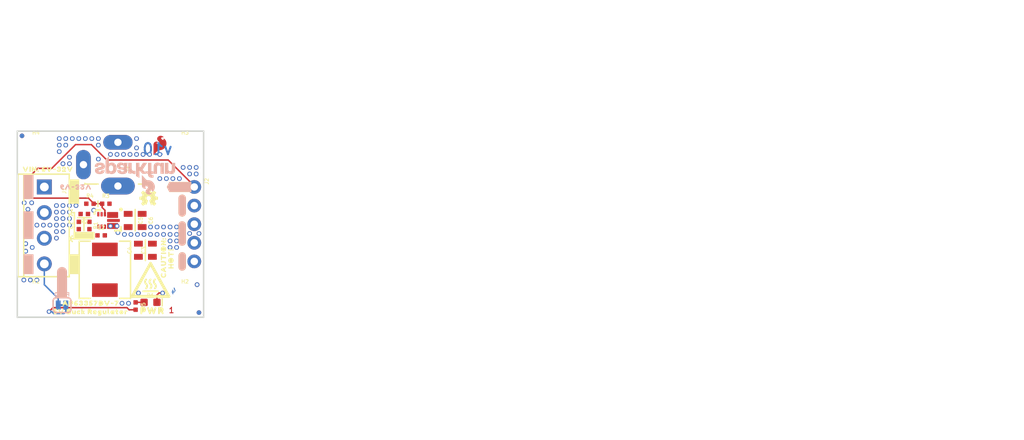
<source format=kicad_pcb>
(kicad_pcb (version 20241229) (generator "pcbnew") (generator_version "9.0")
  (layers (0 "F.Cu" signal) (4 "In1.Cu" signal) (6 "In2.Cu" signal) (2 "B.Cu" signal) (13 "F.Paste" user) (15 "B.Paste" user) (5 "F.SilkS" user "F.Silkscreen") (7 "B.SilkS" user "B.Silkscreen") (1 "F.Mask" user) (3 "B.Mask" user) (25 "Edge.Cuts" user))
  (net 0 "")
  (net 1 "FB")
  (net 2 "SW")
  (net 3 "N$4")
  (net 4 "GND")
  (net 5 "EN")
  (net 6 "VIN")
  (net 7 "5V")
  (net 8 "N$2")
  (net 9 "N$5")
  (footprint "SparkFun_Buck_Regulator_AP63357DV-7_Buck5V:#GND#1" (layer "F.Cu") (at 144.914618 106.574591)
    (property "Reference" "U$21" (hide yes))
    (property "Value" "" (hide yes))
  )
  (footprint "SparkFun_Buck_Regulator_AP63357DV-7_Buck5V:STAND-OFF" (layer "F.Cu") (at 138.3411 115.1636)
    (property "Reference" "H1" (at 0 -2.032 0) (layer "F.SilkS") (effects (font (size 0.512064 0.512064) (thickness 0.097536)) (justify bottom)))
    (property "Value" "STAND-OFF")
    (pad "" np_thru_hole circle (at 0 0) (size 3.302 3.302) (drill 3.302) (layers "*.Cu" "*.Mask"))
  )
  (footprint "SparkFun_Buck_Regulator_AP63357DV-7_Buck5V:LED-0603" (layer "F.Cu") (at 153.9621 115.6716)
    (property "Reference" "D1" (at 0 -0.635 0) (layer "F.SilkS") (effects (font (size 0.512064 0.512064) (thickness 0.097536)) (justify bottom)))
    (property "Value" "RED")
    (pad "A" smd roundrect (at -0.877 0 270) (size 1 1) (layers "F.Cu" "F.Mask" "F.Paste") (roundrect_rratio 0.15) (net 8 "N$2"))
    (pad "C" smd roundrect (at 0.877 0 270) (size 1 1) (layers "F.Cu" "F.Mask" "F.Paste") (roundrect_rratio 0.15) (net 4 "GND"))
  )
  (footprint "SparkFun_Buck_Regulator_AP63357DV-7_Buck5V:STAND-OFF" (layer "F.Cu") (at 138.3411 94.8436)
    (property "Reference" "H4" (at 0 -2.032 0) (layer "F.SilkS") (effects (font (size 0.512064 0.512064) (thickness 0.097536)) (justify bottom)))
    (property "Value" "STAND-OFF")
    (pad "" np_thru_hole circle (at 0 0) (size 3.302 3.302) (drill 3.302) (layers "*.Cu" "*.Mask"))
  )
  (footprint "SparkFun_Buck_Regulator_AP63357DV-7_Buck5V:FIDUCIAL-MICRO" (layer "F.Cu") (at 160.5661 117.0686)
    (property "Reference" "FD1" (hide yes))
    (property "Value" "FIDUCIALUFIDUCIAL" (hide yes))
    (pad "1" smd roundrect (at 0 0) (size 0.635 0.635) (layers "F.Cu" "F.Mask") (roundrect_rratio 0.5))
  )
  (footprint "SparkFun_Buck_Regulator_AP63357DV-7_Buck5V:FIDUCIAL-MICRO" (layer "F.Cu") (at 136.4361 92.9386)
    (property "Reference" "FD2" (hide yes))
    (property "Value" "FIDUCIALUFIDUCIAL" (hide yes))
    (pad "1" smd roundrect (at 0 0) (size 0.635 0.635) (layers "F.Cu" "F.Mask") (roundrect_rratio 0.5))
  )
  (footprint "SparkFun_Buck_Regulator_AP63357DV-7_Buck5V:07A7_6U8H" (layer "F.Cu") (at 147.7391 111.2266 -90)
    (property "Reference" "L1" (hide yes))
    (property "Value" "6.8UH" (hide yes))
    (pad "P$1" smd roundrect (at -2.775 0 270) (size 1.85 3.5) (layers "F.Cu" "F.Mask" "F.Paste") (roundrect_rratio 0.02745945946) (net 2 "SW"))
    (pad "P$2" smd roundrect (at 2.775 0 270) (size 1.85 3.5) (layers "F.Cu" "F.Mask" "F.Paste") (roundrect_rratio 0.02745945946) (net 7 "5V"))
  )
  (footprint "SparkFun_Buck_Regulator_AP63357DV-7_Buck5V:CREATIVE_COMMONS" (layer "F.Cu") (at 157.0101 134.0866)
    (property "Reference" "FRAME1" (hide yes))
    (property "Value" "FRAME-LEDGER" (hide yes))
  )
  (footprint "SparkFun_Buck_Regulator_AP63357DV-7_Buck5V:0402-TIGHT" (layer "F.Cu") (at 145.7071 102.2096)
    (property "Reference" "R4" (at 0 -0.762 0) (layer "F.SilkS") (effects (font (size 0.512064 0.512064) (thickness 0.097536)) (justify bottom)))
    (property "Value" "22k")
    (pad "1" smd roundrect (at -0.5 0) (size 0.6 0.6) (layers "F.Cu" "F.Mask" "F.Paste") (roundrect_rratio 0.08466666667) (net 4 "GND"))
    (pad "2" smd roundrect (at 0.5 0) (size 0.6 0.6) (layers "F.Cu" "F.Mask" "F.Paste") (roundrect_rratio 0.08466666667) (net 5 "EN"))
  )
  (footprint "SparkFun_Buck_Regulator_AP63357DV-7_Buck5V:0805" (layer "F.Cu") (at 152.8191 104.4956 -90)
    (property "Reference" "C6" (at 0 -0.889 90) (layer "F.SilkS") (effects (font (size 0.512064 0.512064) (thickness 0.097536)) (justify top)))
    (property "Value" "4.7uF")
    (pad "1" smd roundrect (at -0.9 0 270) (size 0.8 1.2) (layers "F.Cu" "F.Mask" "F.Paste") (roundrect_rratio 0.0635) (net 6 "VIN"))
    (pad "2" smd roundrect (at 0.9 0 270) (size 0.8 1.2) (layers "F.Cu" "F.Mask" "F.Paste") (roundrect_rratio 0.0635) (net 4 "GND"))
  )
  (footprint "SparkFun_Buck_Regulator_AP63357DV-7_Buck5V:V-DFN3020-13" (layer "F.Cu") (at 148.1201 104.4956 180)
    (property "Reference" "U1" (hide yes))
    (property "Value" "AP63357" (hide yes))
    (pad "P$1" smd roundrect (at -0.675 0.75 180) (size 1.5 0.8) (layers "F.Cu") (roundrect_rratio 0.0635) (net 6 "VIN"))
    (pad "P$2" smd roundrect (at 0.375 0.85 180) (size 0.3 0.6) (layers "F.Cu") (roundrect_rratio 0.1693333333) (net 5 "EN"))
    (pad "P$3" smd roundrect (at 0.825 0.85 180) (size 0.3 0.6) (layers "F.Cu") (roundrect_rratio 0.1693333333) (net 1 "FB"))
    (pad "P$4" smd roundrect (at 1.275 0.85 180) (size 0.3 0.6) (layers "F.Cu") (roundrect_rratio 0.1693333333) (net 4 "GND"))
    (pad "P$5" smd roundrect (at 1.275 -0.85) (size 0.3 0.6) (layers "F.Cu") (roundrect_rratio 0.1693333333))
    (pad "P$6" smd roundrect (at 0.825 -0.85) (size 0.3 0.6) (layers "F.Cu") (roundrect_rratio 0.1693333333) (net 3 "N$4"))
    (pad "P$7" smd roundrect (at 0.375 -0.85) (size 0.3 0.6) (layers "F.Cu") (roundrect_rratio 0.1693333333) (net 2 "SW"))
    (pad "P$8" smd roundrect (at -0.675 -0.75 180) (size 1.5 0.8) (layers "F.Cu") (roundrect_rratio 0.0635) (net 4 "GND"))
    (pad "P$9" smd roundrect (at -0.79 0 180) (size 1.73 0.4) (layers "F.Cu") (roundrect_rratio 0.127) (net 2 "SW"))
  )
  (footprint "SparkFun_Buck_Regulator_AP63357DV-7_Buck5V:HIGH_TEMP_WARNING" (layer "F.Cu") (at 153.9621 113.2586)
    (property "Reference" "U$22" (hide yes))
    (property "Value" "" (hide yes))
  )
  (footprint "SparkFun_Buck_Regulator_AP63357DV-7_Buck5V:VIN#_6V#32V0" (layer "F.Cu") (at 139.9921 97.5106)
    (property "Reference" "U$18" (hide yes))
    (property "Value" "" (hide yes))
  )
  (footprint "SparkFun_Buck_Regulator_AP63357DV-7_Buck5V:HOT##0" (layer "F.Cu") (at 156.7561 109.7026 90)
    (property "Reference" "U$12" (hide yes))
    (property "Value" "" (hide yes))
  )
  (footprint "SparkFun_Buck_Regulator_AP63357DV-7_Buck5V:0402-TIGHT" (layer "F.Cu") (at 151.9301 116.1796 -90)
    (property "Reference" "R5" (at 0 -0.762 90) (layer "F.SilkS") (effects (font (size 0.512064 0.512064) (thickness 0.097536)) (justify top)))
    (property "Value" "2.2k")
    (pad "1" smd roundrect (at -0.5 0 270) (size 0.6 0.6) (layers "F.Cu" "F.Mask" "F.Paste") (roundrect_rratio 0.08466666667) (net 8 "N$2"))
    (pad "2" smd roundrect (at 0.5 0 270) (size 0.6 0.6) (layers "F.Cu" "F.Mask" "F.Paste") (roundrect_rratio 0.08466666667) (net 9 "N$5"))
  )
  (footprint "SparkFun_Buck_Regulator_AP63357DV-7_Buck5V:#VIN#0" (layer "F.Cu") (at 158.2801 102.4636 90)
    (property "Reference" "U$5" (hide yes))
    (property "Value" "" (hide yes))
  )
  (footprint "SparkFun_Buck_Regulator_AP63357DV-7_Buck5V:0805" (layer "F.Cu") (at 150.9141 104.4956 -90)
    (property "Reference" "C5" (at 0 -1.397 90) (layer "F.SilkS") (effects (font (size 0.512064 0.512064) (thickness 0.097536)) (justify top)))
    (property "Value" "4.7uF")
    (pad "1" smd roundrect (at -0.9 0 270) (size 0.8 1.2) (layers "F.Cu" "F.Mask" "F.Paste") (roundrect_rratio 0.0635) (net 6 "VIN"))
    (pad "2" smd roundrect (at 0.9 0 270) (size 0.8 1.2) (layers "F.Cu" "F.Mask" "F.Paste") (roundrect_rratio 0.0635) (net 4 "GND"))
  )
  (footprint "SparkFun_Buck_Regulator_AP63357DV-7_Buck5V:#VIN#3" (layer "F.Cu") (at 143.5481 100.5586 90)
    (property "Reference" "U$26" (hide yes))
    (property "Value" "" (hide yes))
  )
  (footprint "SparkFun_Buck_Regulator_AP63357DV-7_Buck5V:OSHW-LOGO-MINI" (layer "F.Cu") (at 153.7081 101.4476)
    (property "Reference" "LOGO1" (hide yes))
    (property "Value" "OSHW-LOGOMINI" (hide yes))
  )
  (footprint "SparkFun_Buck_Regulator_AP63357DV-7_Buck5V:0805" (layer "F.Cu") (at 152.3111 108.5596 90)
    (property "Reference" "C4" (at 0 -0.889 90) (layer "F.SilkS") (effects (font (size 0.512064 0.512064) (thickness 0.097536)) (justify bottom)))
    (property "Value" "22uF")
    (pad "1" smd roundrect (at -0.9 0 90) (size 0.8 1.2) (layers "F.Cu" "F.Mask" "F.Paste") (roundrect_rratio 0.0635) (net 7 "5V"))
    (pad "2" smd roundrect (at 0.9 0 90) (size 0.8 1.2) (layers "F.Cu" "F.Mask" "F.Paste") (roundrect_rratio 0.0635) (net 4 "GND"))
  )
  (footprint "SparkFun_Buck_Regulator_AP63357DV-7_Buck5V:AP63357DV#70" (layer "F.Cu") (at 145.8341 115.7986)
    (property "Reference" "U$1" (hide yes))
    (property "Value" "" (hide yes))
  )
  (footprint "SparkFun_Buck_Regulator_AP63357DV-7_Buck5V:CAUTION#0" (layer "F.Cu") (at 155.7401 109.5756 90)
    (property "Reference" "U$16" (hide yes))
    (property "Value" "" (hide yes))
  )
  (footprint "SparkFun_Buck_Regulator_AP63357DV-7_Buck5V:5V_BUCK_REGULATOR0" (layer "F.Cu") (at 145.8341 116.9416)
    (property "Reference" "U$2" (hide yes))
    (property "Value" "" (hide yes))
  )
  (footprint "SparkFun_Buck_Regulator_AP63357DV-7_Buck5V:SCREWTERMINAL-3.5MM-4" (layer "F.Cu") (at 139.4841 99.9236 -90)
    (property "Reference" "J1" (at 0 -2.413 90) (layer "F.SilkS") (effects (font (size 0.512064 0.512064) (thickness 0.097536)) (justify right top)))
    (property "Value" "")
    (pad "1" thru_hole rect (at 0 0 270) (size 2.032 2.032) (drill 1.2) (layers "*.Cu" "*.Mask") (net 6 "VIN"))
    (pad "2" thru_hole circle (at 3.5 0 270) (size 2.032 2.032) (drill 1.2) (layers "*.Cu" "*.Mask") (net 4 "GND"))
    (pad "3" thru_hole circle (at 7 0 270) (size 2.032 2.032) (drill 1.2) (layers "*.Cu" "*.Mask") (net 4 "GND"))
    (pad "4" thru_hole circle (at 10.5 0 270) (size 2.032 2.032) (drill 1.2) (layers "*.Cu" "*.Mask") (net 7 "5V"))
  )
  (footprint "SparkFun_Buck_Regulator_AP63357DV-7_Buck5V:0402-TIGHT" (layer "F.Cu") (at 144.9324 103.6066 180)
    (property "Reference" "R2" (at 0 -0.762 0) (layer "F.SilkS") (effects (font (size 0.512064 0.512064) (thickness 0.097536)) (justify top)))
    (property "Value" "41.2K")
    (pad "1" smd roundrect (at -0.5 0 180) (size 0.6 0.6) (layers "F.Cu" "F.Mask" "F.Paste") (roundrect_rratio 0.08466666667) (net 4 "GND"))
    (pad "2" smd roundrect (at 0.5 0 180) (size 0.6 0.6) (layers "F.Cu" "F.Mask" "F.Paste") (roundrect_rratio 0.08466666667) (net 1 "FB"))
  )
  (footprint "SparkFun_Buck_Regulator_AP63357DV-7_Buck5V:0402-TIGHT" (layer "F.Cu") (at 144.1831 105.1814 90)
    (property "Reference" "C1" (at 0 -0.762 90) (layer "F.SilkS") (effects (font (size 0.512064 0.512064) (thickness 0.097536)) (justify bottom)))
    (property "Value" "47pF")
    (pad "1" smd roundrect (at -0.5 0 90) (size 0.6 0.6) (layers "F.Cu" "F.Mask" "F.Paste") (roundrect_rratio 0.08466666667) (net 7 "5V"))
    (pad "2" smd roundrect (at 0.5 0 90) (size 0.6 0.6) (layers "F.Cu" "F.Mask" "F.Paste") (roundrect_rratio 0.08466666667) (net 1 "FB"))
  )
  (footprint "SparkFun_Buck_Regulator_AP63357DV-7_Buck5V:0402-TIGHT" (layer "F.Cu") (at 145.6309 105.1814 -90)
    (property "Reference" "R1" (at 0 -0.562 90) (layer "F.SilkS") (effects (font (size 0.512064 0.512064) (thickness 0.097536)) (justify top)))
    (property "Value" "220K")
    (pad "1" smd roundrect (at -0.5 0 270) (size 0.6 0.6) (layers "F.Cu" "F.Mask" "F.Paste") (roundrect_rratio 0.08466666667) (net 1 "FB"))
    (pad "2" smd roundrect (at 0.5 0 270) (size 0.6 0.6) (layers "F.Cu" "F.Mask" "F.Paste") (roundrect_rratio 0.08466666667) (net 7 "5V"))
  )
  (footprint "SparkFun_Buck_Regulator_AP63357DV-7_Buck5V:#EN_#0" (layer "F.Cu") (at 158.0261 99.9236)
    (property "Reference" "U$8" (hide yes))
    (property "Value" "" (hide yes))
  )
  (footprint "SparkFun_Buck_Regulator_AP63357DV-7_Buck5V:0402-TIGHT" (layer "F.Cu") (at 147.2311 106.5276)
    (property "Reference" "C2" (at 0 -0.762 0) (layer "F.SilkS") (effects (font (size 0.512064 0.512064) (thickness 0.097536)) (justify bottom)))
    (property "Value" "0.1uF")
    (pad "1" smd roundrect (at -0.5 0) (size 0.6 0.6) (layers "F.Cu" "F.Mask" "F.Paste") (roundrect_rratio 0.08466666667) (net 3 "N$4"))
    (pad "2" smd roundrect (at 0.5 0) (size 0.6 0.6) (layers "F.Cu" "F.Mask" "F.Paste") (roundrect_rratio 0.08466666667) (net 2 "SW"))
  )
  (footprint "SparkFun_Buck_Regulator_AP63357DV-7_Buck5V:STAND-OFF" (layer "F.Cu") (at 158.6611 115.1636)
    (property "Reference" "H2" (at 0 -2.032 0) (layer "F.SilkS") (effects (font (size 0.512064 0.512064) (thickness 0.097536)) (justify bottom)))
    (property "Value" "STAND-OFF")
    (pad "" np_thru_hole circle (at 0 0) (size 3.302 3.302) (drill 3.302) (layers "*.Cu" "*.Mask"))
  )
  (footprint "SparkFun_Buck_Regulator_AP63357DV-7_Buck5V:#5V#0" (layer "F.Cu") (at 158.2801 110.0836 90)
    (property "Reference" "U$24" (hide yes))
    (property "Value" "" (hide yes))
  )
  (footprint "SparkFun_Buck_Regulator_AP63357DV-7_Buck5V:#GND#0" (layer "F.Cu") (at 158.2801 106.2736 90)
    (property "Reference" "U$6" (hide yes))
    (property "Value" "" (hide yes))
  )
  (footprint "SparkFun_Buck_Regulator_AP63357DV-7_Buck5V:POWER_JACK_PTH_SLOT_NO_OVRHNG_SILK" (layer "F.Cu") (at 149.5171 93.8276 90)
    (property "Reference" "J3" (at -4.173 1.83 90) (layer "F.SilkS") (effects (font (size 0.512064 0.512064) (thickness 0.097536)) (justify left bottom)))
    (property "Value" "POWER_JACK")
    (pad "GND" thru_hole oval (at 0 0 180) (size 4 2) (drill 1) (layers "*.Cu" "*.Mask") (net 4 "GND"))
    (pad "GNDBREAK" thru_hole oval (at -3.048 -4.699 270) (size 4 2) (drill 1) (layers "*.Cu" "*.Mask"))
    (pad "PWR" thru_hole oval (at -5.969 0 180) (size 4.6 2.3) (drill 1) (layers "*.Cu" "*.Mask") (net 6 "VIN"))
  )
  (footprint "SparkFun_Buck_Regulator_AP63357DV-7_Buck5V:#5V#4" (layer "F.Cu") (at 143.5481 110.4646 90)
    (property "Reference" "U$3" (hide yes))
    (property "Value" "" (hide yes))
  )
  (footprint "SparkFun_Buck_Regulator_AP63357DV-7_Buck5V:ORDERING_INSTRUCTIONS" (layer "F.Cu") (at 171.3611 74.6506)
    (property "Reference" "U$23" (hide yes))
    (property "Value" "" (hide yes))
  )
  (footprint "SparkFun_Buck_Regulator_AP63357DV-7_Buck5V:STAND-OFF" (layer "F.Cu") (at 158.6611 94.8436)
    (property "Reference" "H3" (at 0 -2.032 0) (layer "F.SilkS") (effects (font (size 0.512064 0.512064) (thickness 0.097536)) (justify bottom)))
    (property "Value" "STAND-OFF")
    (pad "" np_thru_hole circle (at 0 0) (size 3.302 3.302) (drill 3.302) (layers "*.Cu" "*.Mask"))
  )
  (footprint "SparkFun_Buck_Regulator_AP63357DV-7_Buck5V:SFE_LOGO_FLAME_COPPER_EXPOSED_.1" (layer "F.Cu") (at 155.2321 94.2086)
    (property "Reference" "U$17" (hide yes))
    (property "Value" "" (hide yes))
    (fp_poly (pts (xy 0.269844 -1.255175) (xy 0.417112 -1.181541) (xy 0.462026 -1.147855) (xy 0.538982 -1.0709) (xy 0.428006 -1.0709) (xy 0.408005 -1.0809) (xy 0.361689 -1.0809) (xy 0.325361 -1.071818) (xy 0.279477 -1.062641) (xy 0.24711 -1.046457) (xy 0.21508 -1.022435) (xy 0.200019 -0.999843) (xy 0.192288 -0.984381) (xy 0.1851 -0.962817) (xy 0.1851 -0.913689) (xy 0.192361 -0.884643) (xy 0.226607 -0.833275) (xy 0.282028 -0.777854) (xy 0.319016 -0.750113) (xy 0.346157 -0.732019) (xy 0.380301 -0.714947) (xy 0.451689 -0.6971) (xy 0.470817 -0.6971) (xy 0.486418 -0.7023) (xy 0.505687 -0.721569) (xy 0.511712 -0.733619) (xy 0.5189 -0.755183) (xy 0.5189 -0.907742) (xy 0.661838 -0.818406) (xy 0.747505 -0.722031) (xy 0.821662 -0.605498) (xy 0.873968 -0.448579) (xy 0.905309 -0.281428) (xy 0.894811 -0.102974) (xy 0.842628 0.095322) (xy 0.738878 0.282072) (xy 0.665618 0.376263) (xy 0.583044 0.458838) (xy 0.499524 0.531917) (xy 0.393984 0.595241) (xy 0.289127 0.637184) (xy 0.175165 0.668265) (xy 0.050153 0.6891) (xy -0.139844 0.6891) (xy -0.189603 0.697393) (xy -0.279373 0.751255) (xy -0.375026 0.846908) (xy -0.495025 0.986906) (xy -0.61484 1.106722) (xy -0.664837 1.166719) (xy -0.712744 1.214626) (xy -0.742743 1.264624) (xy -0.8611 1.382982) (xy -0.8611 -0.081372) (xy -0.850441 -0.166641) (xy -0.828254 -0.244296) (xy -0.762148 -0.354474) (xy -0.706336 -0.399123) (xy -0.661829 -0.432503) (xy -0.603902 -0.455674) (xy -0.54987 -0.466481) (xy -0.486153 -0.4771) (xy -0.354006 -0.4771) (xy -0.258681 -0.429438) (xy -0.310431 -0.377687) (xy -0.358383 -0.353711) (xy -0.382418 -0.345699) (xy -0.429699 -0.298418) (xy -0.4349 -0.282817) (xy -0.4349 -0.255183) (xy -0.428468 -0.235888) (xy -0.413393 -0.213275) (xy -0.361588 -0.16147) (xy -0.322097 -0.145673) (xy -0.279228 -0.1371) (xy -0.207689 -0.1371) (xy -0.138643 -0.154361) (xy -0.089056 -0.187419) (xy -0.056996 -0.227494) (xy -0.0411 -0.275183) (xy -0.0411 -0.332091) (xy -0.065776 -0.397894) (xy -0.130732 -0.462851) (xy -0.211575 -0.553799) (xy -0.284339 -0.636958) (xy -0.338992 -0.735334) (xy -0.3611 -0.834818) (xy -0.3611 -0.925183) (xy -0.327711 -1.025349) (xy -0.271726 -1.114925) (xy -0.173954 -1.19097) (xy -0.055855 -1.255387) (xy 0.063565 -1.2771) (xy 0.171182 -1.2771)) (fill yes) (layer "F.Cu"))
  )
  (footprint "SparkFun_Buck_Regulator_AP63357DV-7_Buck5V:1X05_NO_SILK" (layer "F.Cu") (at 159.9311 99.9236 -90)
    (property "Reference" "J2" (at -1.27 -1.397 90) (layer "F.SilkS") (effects (font (size 0.512064 0.512064) (thickness 0.097536)) (justify right top)))
    (property "Value" "")
    (pad "1" thru_hole circle (at 0 0) (size 1.8796 1.8796) (drill 1.016) (layers "*.Cu" "*.Mask") (net 5 "EN"))
    (pad "2" thru_hole circle (at 2.54 0) (size 1.8796 1.8796) (drill 1.016) (layers "*.Cu" "*.Mask") (net 6 "VIN"))
    (pad "3" thru_hole circle (at 5.08 0) (size 1.8796 1.8796) (drill 1.016) (layers "*.Cu" "*.Mask") (net 4 "GND"))
    (pad "4" thru_hole circle (at 7.62 0) (size 1.8796 1.8796) (drill 1.016) (layers "*.Cu" "*.Mask") (net 4 "GND"))
    (pad "5" thru_hole circle (at 10.16 0) (size 1.8796 1.8796) (drill 1.016) (layers "*.Cu" "*.Mask") (net 7 "5V"))
  )
  (footprint "SparkFun_Buck_Regulator_AP63357DV-7_Buck5V:0805" (layer "F.Cu") (at 154.2161 108.5596 90)
    (property "Reference" "C3" (at 0 -0.889 90) (layer "F.SilkS") (effects (font (size 0.512064 0.512064) (thickness 0.097536)) (justify bottom)))
    (property "Value" "22uF")
    (pad "1" smd roundrect (at -0.9 0 90) (size 0.8 1.2) (layers "F.Cu" "F.Mask" "F.Paste") (roundrect_rratio 0.0635) (net 7 "5V"))
    (pad "2" smd roundrect (at 0.9 0 90) (size 0.8 1.2) (layers "F.Cu" "F.Mask" "F.Paste") (roundrect_rratio 0.0635) (net 4 "GND"))
  )
  (footprint "SparkFun_Buck_Regulator_AP63357DV-7_Buck5V:0402-TIGHT" (layer "F.Cu") (at 147.8661 102.2096)
    (property "Reference" "R3" (at 0 -0.762 0) (layer "F.SilkS") (effects (font (size 0.512064 0.512064) (thickness 0.097536)) (justify bottom)))
    (property "Value" "93.1k")
    (pad "1" smd roundrect (at -0.5 0) (size 0.6 0.6) (layers "F.Cu" "F.Mask" "F.Paste") (roundrect_rratio 0.08466666667) (net 5 "EN"))
    (pad "2" smd roundrect (at 0.5 0) (size 0.6 0.6) (layers "F.Cu" "F.Mask" "F.Paste") (roundrect_rratio 0.08466666667) (net 6 "VIN"))
  )
  (footprint "SparkFun_Buck_Regulator_AP63357DV-7_Buck5V:PWR0" (layer "F.Cu") (at 154.2161 116.8146)
    (property "Reference" "U$20" (hide yes))
    (property "Value" "" (hide yes))
  )
  (footprint "SparkFun_Buck_Regulator_AP63357DV-7_Buck5V:#VIN#8" (layer "B.Cu") (at 137.3251 99.9236 -90)
    (property "Reference" "U$4" (hide yes))
    (property "Value" "" (hide yes))
  )
  (footprint "SparkFun_Buck_Regulator_AP63357DV-7_Buck5V:#GND#9" (layer "B.Cu") (at 137.3251 105.1306 -90)
    (property "Reference" "U$9" (hide yes))
    (property "Value" "" (hide yes))
  )
  (footprint "SparkFun_Buck_Regulator_AP63357DV-7_Buck5V:#VIN#0" (layer "B.Cu") (at 158.2801 102.4636 -90)
    (property "Reference" "U$13" (hide yes))
    (property "Value" "" (hide yes))
  )
  (footprint "SparkFun_Buck_Regulator_AP63357DV-7_Buck5V:6V#32V10" (layer "B.Cu") (at 143.8021 99.9236)
    (property "Reference" "U$11" (hide yes))
    (property "Value" "" (hide yes))
  )
  (footprint "SparkFun_Buck_Regulator_AP63357DV-7_Buck5V:#LED_#0" (layer "B.Cu") (at 141.8971 113.1316 -90)
    (property "Reference" "U$15" (hide yes))
    (property "Value" "" (hide yes))
  )
  (footprint "SparkFun_Buck_Regulator_AP63357DV-7_Buck5V:FIDUCIAL-MICRO" (layer "B.Cu") (at 136.4361 92.9386 180)
    (property "Reference" "FD4" (hide yes))
    (property "Value" "FIDUCIALUFIDUCIAL" (hide yes))
    (pad "1" smd roundrect (at 0 0 180) (size 0.635 0.635) (layers "B.Cu" "B.Mask") (roundrect_rratio 0.5))
  )
  (footprint "SparkFun_Buck_Regulator_AP63357DV-7_Buck5V:#5V#0" (layer "B.Cu") (at 158.2801 110.0836 -90)
    (property "Reference" "U$14" (hide yes))
    (property "Value" "" (hide yes))
  )
  (footprint "SparkFun_Buck_Regulator_AP63357DV-7_Buck5V:SMT-JUMPER_2_NC_TRACE_SILK" (layer "B.Cu") (at 141.8971 116.0526 180)
    (property "Reference" "PWR0" (at 0 1.143 -0) (layer "B.SilkS") (effects (font (size 0.512064 0.512064) (thickness 0.097536)) (justify bottom mirror)))
    (property "Value" "JUMPER-SMT_2_NC_TRACE_SILK")
    (fp_poly (pts (xy 0.70485 -0.13335) (xy -0.03175 -0.13335) (xy -0.03175 0.13335) (xy 0.70485 0.13335)) (fill yes) (layer "B.Cu"))
    (fp_poly (pts (xy 0.03175 -0.13335) (xy -0.70485 -0.13335) (xy -0.70485 0.13335) (xy 0.03175 0.13335)) (fill yes) (layer "B.Cu"))
    (pad "1" smd roundrect (at -0.5207 0 180) (size 0.6604 1.27) (layers "B.Cu" "B.Mask") (roundrect_rratio 0.07692307692) (net 9 "N$5"))
    (pad "2" smd roundrect (at 0.5207 0 180) (size 0.6604 1.27) (layers "B.Cu" "B.Mask") (roundrect_rratio 0.07692307692) (net 7 "5V"))
  )
  (footprint "SparkFun_Buck_Regulator_AP63357DV-7_Buck5V:#GND#0" (layer "B.Cu") (at 158.2801 106.2736 -90)
    (property "Reference" "U$7" (hide yes))
    (property "Value" "" (hide yes))
  )
  (footprint "SparkFun_Buck_Regulator_AP63357DV-7_Buck5V:SFE_LOGO_NAME_FLAME_.1" (layer "B.Cu") (at 151.9301 97.2566)
    (property "Reference" "LOGO2" (hide yes))
    (property "Value" "SFE_LOGO_NAME_FLAME.1_INCH" (hide yes))
  )
  (footprint "SparkFun_Buck_Regulator_AP63357DV-7_Buck5V:#EN_#0" (layer "B.Cu") (at 158.0261 99.9236)
    (property "Reference" "U$19" (hide yes))
    (property "Value" "" (hide yes))
  )
  (footprint "SparkFun_Buck_Regulator_AP63357DV-7_Buck5V:FIDUCIAL-MICRO" (layer "B.Cu") (at 160.5661 117.0686 180)
    (property "Reference" "FD3" (hide yes))
    (property "Value" "FIDUCIALUFIDUCIAL" (hide yes))
    (pad "1" smd roundrect (at 0 0 180) (size 0.635 0.635) (layers "B.Cu" "B.Mask") (roundrect_rratio 0.5))
  )
  (footprint "SparkFun_Buck_Regulator_AP63357DV-7_Buck5V:#5V#10" (layer "B.Cu") (at 137.3251 110.4646 -90)
    (property "Reference" "U$10" (hide yes))
    (property "Value" "" (hide yes))
  )
  (gr_line (start 142.9131 103.431341) (end 143.5862 103.431341) (stroke (width 0.2032)) (layer "F.SilkS"))
  (gr_line (start 153.26614 107.17276) (end 153.26614 109.96676) (stroke (width 0.2032)) (layer "F.SilkS"))
  (gr_line (start 143.2941 106.606341) (end 142.9131 106.987341) (stroke (width 0.2032)) (layer "F.SilkS"))
  (gr_line (start 151.86914 102.991919) (end 151.86914 105.912919) (stroke (width 0.2032)) (layer "F.SilkS"))
  (gr_line (start 144.0561 104.1146) (end 144.889218 104.1146) (stroke (width 0.2032)) (layer "F.SilkS"))
  (gr_line (start 143.5862 103.431341) (end 143.5862 106.987341) (stroke (width 0.2032)) (layer "F.SilkS"))
  (gr_line (start 142.9131 106.987341) (end 143.2941 107.368341) (stroke (width 0.2032)) (layer "F.SilkS"))
  (gr_line (start 142.9131 103.431341) (end 143.2941 103.812341) (stroke (width 0.2032)) (layer "F.SilkS"))
  (gr_line (start 146.794218 101.83876) (end 146.794218 102.60076) (stroke (width 0.2032)) (layer "F.SilkS"))
  (gr_line (start 145.8341 104.1146) (end 144.889218 104.1146) (stroke (width 0.2032)) (layer "F.SilkS"))
  (gr_line (start 144.889218 104.1146) (end 144.889218 105.8926) (stroke (width 0.2032)) (layer "F.SilkS"))
  (gr_line (start 143.5862 106.987341) (end 142.9131 106.987341) (stroke (width 0.2032)) (layer "F.SilkS"))
  (gr_line (start 143.2941 103.050341) (end 142.9131 103.431341) (stroke (width 0.2032)) (layer "F.SilkS"))
  (gr_line (start 135.8011 117.7036) (end 161.2011 117.7036) (stroke (width 0.2032)) (layer "Edge.Cuts"))
  (gr_line (start 161.2011 92.3036) (end 135.8011 92.3036) (stroke (width 0.2032)) (layer "Edge.Cuts"))
  (gr_line (start 135.8011 92.3036) (end 135.8011 117.7036) (stroke (width 0.2032)) (layer "Edge.Cuts"))
  (gr_line (start 161.2011 117.7036) (end 161.2011 92.3036) (stroke (width 0.2032)) (layer "Edge.Cuts"))
  (gr_text "1" (at 156.3751 117.1956 0) (layer "F.Cu") (effects (font (size 0.75565 0.75565) (thickness 0.13335)) (justify left bottom)))
  (gr_text "4" (at 157.597687 114.610769 0) (layer "B.Cu") (effects (font (size 0.75565 0.75565) (thickness 0.13335)) (justify left bottom mirror)))
  (gr_text "v10" (at 157.093073 95.642938 0) (layer "B.Cu") (effects (font (size 1.5113 1.5113) (thickness 0.2667)) (justify left bottom mirror)))
  (segment (start 154.8391 114.6676) (end 155.1051 114.4016) (width 0.2032) (layer "F.Cu") (net 4))
  (segment (start 154.8391 115.6716) (end 154.8391 114.6676) (width 0.2032) (layer "F.Cu") (net 4))
  (segment (start 155.1051 114.4016) (end 155.6131 114.4016) (width 0.2032) (layer "F.Cu") (net 4))
  (via (at 160.3121 113.2586) (size 0.635) (drill 0.381) (layers "F.Cu" "B.Cu") (net 4))
  (via (at 146.8501 96.1136) (size 0.635) (drill 0.381) (layers "F.Cu" "B.Cu") (net 4))
  (via (at 143.2941 93.3196) (size 0.635) (drill 0.381) (layers "F.Cu" "B.Cu") (net 4))
  (via (at 153.9621 105.3846) (size 0.635) (drill 0.381) (layers "F.Cu" "B.Cu") (net 4))
  (via (at 142.0241 104.2416) (size 0.635) (drill 0.381) (layers "F.Cu" "B.Cu") (net 4))
  (via (at 137.7569 102.0826) (size 0.635) (drill 0.381) (layers "F.Cu" "B.Cu") (net 4))
  (via (at 159.2961 106.2736) (size 0.635) (drill 0.381) (layers "F.Cu" "B.Cu") (net 4))
  (via (at 153.9621 106.4006) (size 0.635) (drill 0.381) (layers "F.Cu" "B.Cu") (net 4))
  (via (at 148.5011 105.2576) (size 0.635) (drill 0.381) (layers "F.Cu" "B.Cu") (net 4))
  (via (at 145.9611 93.3196) (size 0.635) (drill 0.381) (layers "F.Cu" "B.Cu") (net 4))
  (via (at 157.8991 98.7806) (size 0.635) (drill 0.381) (layers "F.Cu" "B.Cu") (net 4))
  (via (at 159.2961 97.2566) (size 0.635) (drill 0.381) (layers "F.Cu" "B.Cu") (net 4))
  (via (at 156.6291 107.2896) (size 0.635) (drill 0.381) (layers "F.Cu" "B.Cu") (net 4))
  (via (at 145.0721 93.3196) (size 0.635) (drill 0.381) (layers "F.Cu" "B.Cu") (net 4))
  (via (at 152.9461 95.4786) (size 0.635) (drill 0.381) (layers "F.Cu" "B.Cu") (net 4))
  (via (at 153.8351 95.4786) (size 0.635) (drill 0.381) (layers "F.Cu" "B.Cu") (net 4))
  (via (at 154.8511 106.4006) (size 0.635) (drill 0.381) (layers "F.Cu" "B.Cu") (net 4))
  (via (at 142.9131 96.7486) (size 0.635) (drill 0.381) (layers "F.Cu" "B.Cu") (net 4))
  (via (at 157.5181 107.2896) (size 0.635) (drill 0.381) (layers "F.Cu" "B.Cu") (net 4))
  (via (at 142.0241 106.0196) (size 0.635) (drill 0.381) (layers "F.Cu" "B.Cu") (net 4))
  (via (at 142.0241 105.1306) (size 0.635) (drill 0.381) (layers "F.Cu" "B.Cu") (net 4))
  (via (at 149.3901 105.2576) (size 0.635) (drill 0.381) (layers "F.Cu" "B.Cu") (net 4))
  (via (at 136.7409 102.0826) (size 0.635) (drill 0.381) (layers "F.Cu" "B.Cu") (net 4))
  (via (at 141.1351 105.1306) (size 0.635) (drill 0.381) (layers "F.Cu" "B.Cu") (net 4))
  (via (at 146.8501 94.2086) (size 0.635) (drill 0.381) (layers "F.Cu" "B.Cu") (net 4))
  (via (at 148.5011 95.4786) (size 0.635) (drill 0.381) (layers "F.Cu" "B.Cu") (net 4))
  (via (at 157.5181 105.3846) (size 0.635) (drill 0.381) (layers "F.Cu" "B.Cu") (net 4))
  (via (at 158.4071 97.2566) (size 0.635) (drill 0.381) (layers "F.Cu" "B.Cu") (net 4))
  (via (at 141.5161 95.0976) (size 0.635) (drill 0.381) (layers "F.Cu" "B.Cu") (net 4))
  (via (at 138.4681 112.6236) (size 0.635) (drill 0.381) (layers "F.Cu" "B.Cu") (net 4))
  (via (at 142.9131 104.2416) (size 0.635) (drill 0.381) (layers "F.Cu" "B.Cu") (net 4))
  (via (at 151.2951 106.4006) (size 0.635) (drill 0.381) (layers "F.Cu" "B.Cu") (net 4))
  (via (at 159.2961 98.1456) (size 0.635) (drill 0.381) (layers "F.Cu" "B.Cu") (net 4))
  (via (at 149.5171 106.1466) (size 0.635) (drill 0.381) (layers "F.Cu" "B.Cu") (net 4))
  (via (at 144.1831 93.3196) (size 0.635) (drill 0.381) (layers "F.Cu" "B.Cu") (net 4))
  (via (at 156.6291 105.3846) (size 0.635) (drill 0.381) (layers "F.Cu" "B.Cu") (net 4))
  (via (at 142.4051 94.2086) (size 0.635) (drill 0.381) (layers "F.Cu" "B.Cu") (net 4))
  (via (at 155.2321 98.7806) (size 0.635) (drill 0.381) (layers "F.Cu" "B.Cu") (net 4))
  (via (at 153.0731 106.4006) (size 0.635) (drill 0.381) (layers "F.Cu" "B.Cu") (net 4))
  (via (at 157.0101 98.7806) (size 0.635) (drill 0.381) (layers "F.Cu" "B.Cu") (net 4))
  (via (at 157.5181 106.4006) (size 0.635) (drill 0.381) (layers "F.Cu" "B.Cu") (net 4))
  (via (at 138.4681 105.1306) (size 0.635) (drill 0.381) (layers "F.Cu" "B.Cu") (net 4))
  (via (at 142.0241 96.7486) (size 0.635) (drill 0.381) (layers "F.Cu" "B.Cu") (net 4))
  (via (at 150.4061 106.4006) (size 0.635) (drill 0.381) (layers "F.Cu" "B.Cu") (net 4))
  (via (at 142.0241 103.3526) (size 0.635) (drill 0.381) (layers "F.Cu" "B.Cu") (net 4))
  (via (at 152.0571 93.3196) (size 0.635) (drill 0.381) (layers "F.Cu" "B.Cu") (net 4))
  (via (at 141.5161 94.2086) (size 0.635) (drill 0.381) (layers "F.Cu" "B.Cu") (net 4))
  (via (at 136.9441 107.6706) (size 0.635) (drill 0.381) (layers "F.Cu" "B.Cu") (net 4))
  (via (at 146.8501 93.3196) (size 0.635) (drill 0.381) (layers "F.Cu" "B.Cu") (net 4))
  (via (at 142.9131 102.4636) (size 0.635) (drill 0.381) (layers "F.Cu" "B.Cu") (net 4))
  (via (at 141.1351 103.3526) (size 0.635) (drill 0.381) (layers "F.Cu" "B.Cu") (net 4))
  (via (at 155.7401 105.3846) (size 0.635) (drill 0.381) (layers "F.Cu" "B.Cu") (net 4))
  (via (at 155.2321 95.4786) (size 0.635) (drill 0.381) (layers "F.Cu" "B.Cu") (net 4))
  (via (at 142.4051 93.3196) (size 0.635) (drill 0.381) (layers "F.Cu" "B.Cu") (net 4))
  (via (at 160.1851 97.2566) (size 0.635) (drill 0.381) (layers "F.Cu" "B.Cu") (net 4))
  (via (at 157.5181 108.1786) (size 0.635) (drill 0.381) (layers "F.Cu" "B.Cu") (net 4))
  (via (at 141.1351 104.2416) (size 0.635) (drill 0.381) (layers "F.Cu" "B.Cu") (net 4))
  (via (at 160.1851 98.1456) (size 0.635) (drill 0.381) (layers "F.Cu" "B.Cu") (net 4))
  (via (at 155.7401 106.4006) (size 0.635) (drill 0.381) (layers "F.Cu" "B.Cu") (net 4))
  (via (at 137.8331 108.1786) (size 0.635) (drill 0.381) (layers "F.Cu" "B.Cu") (net 4))
  (via (at 143.8021 102.4636) (size 0.635) (drill 0.381) (layers "F.Cu" "B.Cu") (net 4))
  (via (at 151.1681 95.4786) (size 0.635) (drill 0.381) (layers "F.Cu" "B.Cu") (net 4))
  (via (at 136.6901 112.6236) (size 0.635) (drill 0.381) (layers "F.Cu" "B.Cu") (net 4))
  (via (at 146.2151 103.0986) (size 0.635) (drill 0.381) (layers "F.Cu" "B.Cu") (net 4))
  (via (at 142.0241 102.4636) (size 0.635) (drill 0.381) (layers "F.Cu" "B.Cu") (net 4))
  (via (at 142.9131 95.8596) (size 0.635) (drill 0.381) (layers "F.Cu" "B.Cu") (net 4))
  (via (at 150.2791 95.4786) (size 0.635) (drill 0.381) (layers "F.Cu" "B.Cu") (net 4))
  (via (at 142.9131 105.1306) (size 0.635) (drill 0.381) (layers "F.Cu" "B.Cu") (net 4))
  (via (at 140.2461 105.1306) (size 0.635) (drill 0.381) (layers "F.Cu" "B.Cu") (net 4))
  (via (at 137.5791 112.6236) (size 0.635) (drill 0.381) (layers "F.Cu" "B.Cu") (net 4))
  (via (at 142.9131 103.3526) (size 0.635) (drill 0.381) (layers "F.Cu" "B.Cu") (net 4))
  (via (at 156.1211 98.7806) (size 0.635) (drill 0.381) (layers "F.Cu" "B.Cu") (net 4))
  (via (at 152.1841 106.4006) (size 0.635) (drill 0.381) (layers "F.Cu" "B.Cu") (net 4))
  (via (at 141.1351 106.0196) (size 0.635) (drill 0.381) (layers "F.Cu" "B.Cu") (net 4))
  (via (at 150.0759 115.7986) (size 0.635) (drill 0.381) (layers "F.Cu" "B.Cu") (net 4))
  (via (at 152.0571 95.4786) (size 0.635) (drill 0.381) (layers "F.Cu" "B.Cu") (net 4))
  (via (at 156.6291 106.4006) (size 0.635) (drill 0.381) (layers "F.Cu" "B.Cu") (net 4))
  (via (at 141.5161 93.3196) (size 0.635) (drill 0.381) (layers "F.Cu" "B.Cu") (net 4))
  (via (at 141.1351 102.4636) (size 0.635) (drill 0.381) (layers "F.Cu" "B.Cu") (net 4))
  (via (at 136.9441 108.6866) (size 0.635) (drill 0.381) (layers "F.Cu" "B.Cu") (net 4))
  (via (at 141.1351 106.9086) (size 0.635) (drill 0.381) (layers "F.Cu" "B.Cu") (net 4))
  (via (at 154.8511 105.3846) (size 0.635) (drill 0.381) (layers "F.Cu" "B.Cu") (net 4))
  (via (at 139.3571 105.1306) (size 0.635) (drill 0.381) (layers "F.Cu" "B.Cu") (net 4))
  (via (at 149.3901 95.4786) (size 0.635) (drill 0.381) (layers "F.Cu" "B.Cu") (net 4))
  (via (at 156.6291 108.1786) (size 0.635) (drill 0.381) (layers "F.Cu" "B.Cu") (net 4))
  (via (at 150.9649 115.7986) (size 0.635) (drill 0.381) (layers "F.Cu" "B.Cu") (net 4))
  (via (at 160.5661 106.2736) (size 0.635) (drill 0.381) (layers "F.Cu" "B.Cu") (net 4))
  (via (at 155.6131 114.4016) (size 0.635) (drill 0.381) (layers "F.Cu" "B.Cu") (net 4))
  (via (at 152.3111 114.4016) (size 0.635) (drill 0.381) (layers "F.Cu" "B.Cu") (net 4))
  (via (at 137.2489 102.9716) (size 0.635) (drill 0.381) (layers "F.Cu" "B.Cu") (net 4))
  (via (at 152.0571 94.5896) (size 0.635) (drill 0.381) (layers "F.Cu" "B.Cu") (net 4))
  (segment (start 147.7451 103.1046) (end 147.7451 103.6456) (width 0.2032) (layer "F.Cu") (net 5))
  (segment (start 159.9311 99.7966) (end 156.3751 96.2406) (width 0.2032) (layer "F.Cu") (net 5))
  (segment (start 138.5951 97.3836) (end 140.5001 97.3836) (width 0.2032) (layer "F.Cu") (net 5))
  (segment (start 145.8915 94.139) (end 147.9931 96.2406) (width 0.2032) (layer "F.Cu") (net 5))
  (segment (start 137.5791 101.4476) (end 137.1981 101.0666) (width 0.2032) (layer "F.Cu") (net 5))
  (segment (start 146.2071 102.159313) (end 145.495387 101.4476) (width 0.2032) (layer "F.Cu") (net 5))
  (segment (start 146.2071 102.2096) (end 146.2071 102.159313) (width 0.2032) (layer "F.Cu") (net 5))
  (segment (start 143.7447 94.139) (end 145.8915 94.139) (width 0.2032) (layer "F.Cu") (net 5))
  (segment (start 140.5001 97.3836) (end 143.7447 94.139) (width 0.2032) (layer "F.Cu") (net 5))
  (segment (start 137.1981 98.7806) (end 138.5951 97.3836) (width 0.2032) (layer "F.Cu") (net 5))
  (segment (start 147.3661 102.7256) (end 147.7451 103.1046) (width 0.2032) (layer "F.Cu") (net 5))
  (segment (start 147.3661 102.2096) (end 146.2071 102.2096) (width 0.2032) (layer "F.Cu") (net 5))
  (segment (start 145.495387 101.4476) (end 137.5791 101.4476) (width 0.2032) (layer "F.Cu") (net 5))
  (segment (start 147.9931 96.2406) (end 156.3751 96.2406) (width 0.2032) (layer "F.Cu") (net 5))
  (segment (start 147.3661 102.2096) (end 147.3661 102.7256) (width 0.2032) (layer "F.Cu") (net 5))
  (segment (start 137.1981 101.0666) (end 137.1981 98.7806) (width 0.2032) (layer "F.Cu") (net 5))
  (segment (start 159.9311 99.7966) (end 159.9311 99.9236) (width 0.2032) (layer "F.Cu") (net 5))
  (segment (start 141.3764 115.1509) (end 139.4841 113.2586) (width 0.2032) (layer "B.Cu") (net 7))
  (segment (start 139.4841 113.2586) (end 139.4841 110.4236) (width 0.2032) (layer "B.Cu") (net 7))
  (segment (start 141.3764 116.0526) (end 141.3764 115.1509) (width 0.2032) (layer "B.Cu") (net 7))
  (segment (start 151.9381 115.6716) (end 153.0851 115.6716) (width 0.2032) (layer "F.Cu") (net 8))
  (segment (start 151.9301 115.6796) (end 151.9381 115.6716) (width 0.2032) (layer "F.Cu") (net 8))
  (segment (start 151.9221 116.6876) (end 151.9301 116.6796) (width 0.2032) (layer "F.Cu") (net 9))
  (segment (start 150.754081 116.400582) (end 151.0411 116.6876) (width 0.2032) (layer "F.Cu") (net 9))
  (segment (start 140.660118 116.400582) (end 150.754081 116.400582) (width 0.2032) (layer "F.Cu") (net 9))
  (segment (start 140.1191 116.9416) (end 140.660118 116.400582) (width 0.2032) (layer "F.Cu") (net 9))
  (segment (start 151.0411 116.6876) (end 151.9221 116.6876) (width 0.2032) (layer "F.Cu") (net 9))
  (via (at 140.1191 116.9416) (size 0.604) (drill 0.35) (layers "F.Cu" "B.Cu") (net 9))
  (segment (start 142.1511 117.1956) (end 140.7541 117.1956) (width 0.2032) (layer "B.Cu") (net 9))
  (segment (start 142.4178 116.9289) (end 142.1511 117.1956) (width 0.2032) (layer "B.Cu") (net 9))
  (segment (start 140.5001 116.9416) (end 140.1191 116.9416) (width 0.2032) (layer "B.Cu") (net 9))
  (segment (start 140.7541 117.1956) (end 140.5001 116.9416) (width 0.2032) (layer "B.Cu") (net 9))
  (segment (start 142.4178 116.0526) (end 142.4178 116.9289) (width 0.2032) (layer "B.Cu") (net 9))
)
</source>
